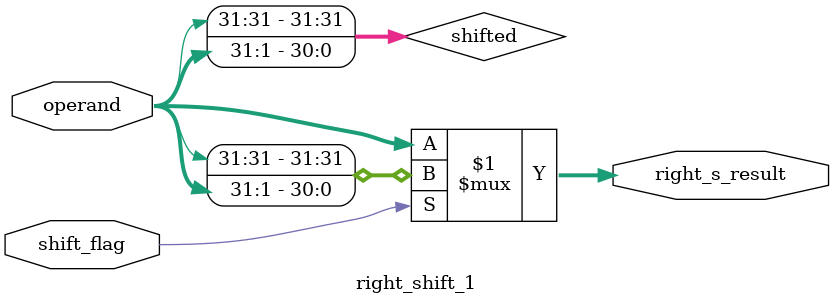
<source format=v>
module right_shift_1 (shift_flag,right_s_result,operand);
	input[31:0] operand;
	input shift_flag;
	output[31:0] right_s_result;

	wire[31:0] shifted;
	assign shifted[30:0] = operand[31:1];
	assign shifted[31] = operand[31];

	assign right_s_result = shift_flag ? shifted:operand;


endmodule
</source>
